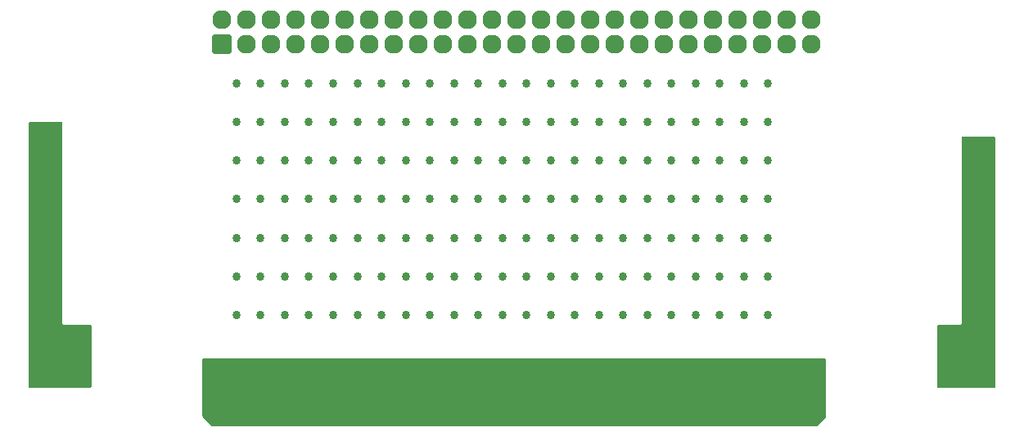
<source format=gts>
G04 #@! TF.GenerationSoftware,KiCad,Pcbnew,(6.0.6)*
G04 #@! TF.CreationDate,2022-06-25T19:15:55+02:00*
G04 #@! TF.ProjectId,brutzelkarte,62727574-7a65-46c6-9b61-7274652e6b69,rev?*
G04 #@! TF.SameCoordinates,Original*
G04 #@! TF.FileFunction,Soldermask,Top*
G04 #@! TF.FilePolarity,Negative*
%FSLAX46Y46*%
G04 Gerber Fmt 4.6, Leading zero omitted, Abs format (unit mm)*
G04 Created by KiCad (PCBNEW (6.0.6)) date 2022-06-25 19:15:55*
%MOMM*%
%LPD*%
G01*
G04 APERTURE LIST*
G04 Aperture macros list*
%AMRoundRect*
0 Rectangle with rounded corners*
0 $1 Rounding radius*
0 $2 $3 $4 $5 $6 $7 $8 $9 X,Y pos of 4 corners*
0 Add a 4 corners polygon primitive as box body*
4,1,4,$2,$3,$4,$5,$6,$7,$8,$9,$2,$3,0*
0 Add four circle primitives for the rounded corners*
1,1,$1+$1,$2,$3*
1,1,$1+$1,$4,$5*
1,1,$1+$1,$6,$7*
1,1,$1+$1,$8,$9*
0 Add four rect primitives between the rounded corners*
20,1,$1+$1,$2,$3,$4,$5,0*
20,1,$1+$1,$4,$5,$6,$7,0*
20,1,$1+$1,$6,$7,$8,$9,0*
20,1,$1+$1,$8,$9,$2,$3,0*%
G04 Aperture macros list end*
%ADD10C,2.760000*%
%ADD11RoundRect,0.130000X0.850000X-0.850000X0.850000X0.850000X-0.850000X0.850000X-0.850000X-0.850000X0*%
%ADD12O,1.960000X1.960000*%
%ADD13C,0.860000*%
G04 APERTURE END LIST*
D10*
X85350000Y-122600000D03*
X180150000Y-122600000D03*
D11*
X102500000Y-90500000D03*
D12*
X102500000Y-87960000D03*
X105040000Y-90500000D03*
X105040000Y-87960000D03*
X107580000Y-90500000D03*
X107580000Y-87960000D03*
X110120000Y-90500000D03*
X110120000Y-87960000D03*
X112660000Y-90500000D03*
X112660000Y-87960000D03*
X115200000Y-90500000D03*
X115200000Y-87960000D03*
X117740000Y-90500000D03*
X117740000Y-87960000D03*
X120280000Y-90500000D03*
X120280000Y-87960000D03*
X122820000Y-90500000D03*
X122820000Y-87960000D03*
X125360000Y-90500000D03*
X125360000Y-87960000D03*
X127900000Y-90500000D03*
X127900000Y-87960000D03*
X130440000Y-90500000D03*
X130440000Y-87960000D03*
X132980000Y-90500000D03*
X132980000Y-87960000D03*
X135520000Y-90500000D03*
X135520000Y-87960000D03*
X138060000Y-90500000D03*
X138060000Y-87960000D03*
X140600000Y-90500000D03*
X140600000Y-87960000D03*
X143140000Y-90500000D03*
X143140000Y-87960000D03*
X145680000Y-90500000D03*
X145680000Y-87960000D03*
X148220000Y-90500000D03*
X148220000Y-87960000D03*
X150760000Y-90500000D03*
X150760000Y-87960000D03*
X153300000Y-90500000D03*
X153300000Y-87960000D03*
X155840000Y-90500000D03*
X155840000Y-87960000D03*
X158380000Y-90500000D03*
X158380000Y-87960000D03*
X160920000Y-90500000D03*
X160920000Y-87960000D03*
X163460000Y-90500000D03*
X163460000Y-87960000D03*
D13*
X116500000Y-94500000D03*
X119000000Y-94500000D03*
X121500000Y-94500000D03*
X124000000Y-94500000D03*
X126500000Y-94500000D03*
X129000000Y-94500000D03*
X131500000Y-94500000D03*
X134000000Y-94500000D03*
X136500000Y-94500000D03*
X139000000Y-94500000D03*
X141500000Y-94500000D03*
X144000000Y-94500000D03*
X146500000Y-94500000D03*
X149000000Y-94500000D03*
X151500000Y-94500000D03*
X154000000Y-94500000D03*
X156500000Y-94500000D03*
X159000000Y-94500000D03*
X111500000Y-94500000D03*
X109000000Y-94500000D03*
X106500000Y-94500000D03*
X104000000Y-94500000D03*
X124000000Y-98500000D03*
X126500000Y-98500000D03*
X129000000Y-98500000D03*
X136500000Y-98500000D03*
X139000000Y-98500000D03*
X149000000Y-98500000D03*
X121500000Y-98500000D03*
X106500000Y-98500000D03*
X159000000Y-98500000D03*
X104000000Y-98500000D03*
X109000000Y-98500000D03*
X131500000Y-98500000D03*
X116500000Y-98500000D03*
X154000000Y-98500000D03*
X151500000Y-98500000D03*
X144000000Y-98500000D03*
X146500000Y-98500000D03*
X134000000Y-98500000D03*
X119000000Y-98500000D03*
X156500000Y-98500000D03*
X114000000Y-98500000D03*
X141500000Y-98500000D03*
X111500000Y-98500000D03*
X104000000Y-102500000D03*
X126500000Y-102500000D03*
X109000000Y-102500000D03*
X111500000Y-102500000D03*
X159000000Y-102500000D03*
X124000000Y-102500000D03*
X156500000Y-102500000D03*
X151500000Y-102500000D03*
X129000000Y-102500000D03*
X131500000Y-102500000D03*
X154000000Y-102500000D03*
X121500000Y-102500000D03*
X134000000Y-102500000D03*
X114000000Y-102500000D03*
X149000000Y-102500000D03*
X136500000Y-102500000D03*
X144000000Y-102500000D03*
X141500000Y-102500000D03*
X146500000Y-102500000D03*
X139000000Y-102500000D03*
X116500000Y-102500000D03*
X119000000Y-102500000D03*
X106500000Y-102500000D03*
X151500000Y-106500000D03*
X136500000Y-106500000D03*
X154000000Y-106500000D03*
X116500000Y-106500000D03*
X114000000Y-106500000D03*
X106500000Y-106500000D03*
X146500000Y-106500000D03*
X144000000Y-106500000D03*
X156500000Y-106500000D03*
X121500000Y-106500000D03*
X104000000Y-106500000D03*
X139000000Y-106500000D03*
X124000000Y-106500000D03*
X109000000Y-106500000D03*
X134000000Y-106500000D03*
X126500000Y-106500000D03*
X119000000Y-106500000D03*
X131500000Y-106500000D03*
X129000000Y-106500000D03*
X111500000Y-106500000D03*
X149000000Y-106500000D03*
X141500000Y-106500000D03*
X159000000Y-106500000D03*
X156500000Y-110500000D03*
X114000000Y-110500000D03*
X119000000Y-110500000D03*
X126500000Y-110500000D03*
X144000000Y-110500000D03*
X116500000Y-110500000D03*
X151500000Y-110500000D03*
X109000000Y-110500000D03*
X159000000Y-110500000D03*
X124000000Y-110500000D03*
X154000000Y-110500000D03*
X106500000Y-110500000D03*
X129000000Y-110500000D03*
X111500000Y-110500000D03*
X121500000Y-110500000D03*
X104000000Y-110500000D03*
X149000000Y-110500000D03*
X139000000Y-110500000D03*
X141500000Y-110500000D03*
X146500000Y-110500000D03*
X131500000Y-110500000D03*
X136500000Y-110500000D03*
X134000000Y-110500000D03*
X104000000Y-114500000D03*
X106500000Y-114500000D03*
X156500000Y-114500000D03*
X121500000Y-114500000D03*
X141500000Y-114500000D03*
X124000000Y-114500000D03*
X109000000Y-114500000D03*
X154000000Y-114500000D03*
X111500000Y-114500000D03*
X136500000Y-114500000D03*
X151500000Y-114500000D03*
X119000000Y-114500000D03*
X126500000Y-114500000D03*
X129000000Y-114500000D03*
X144000000Y-114500000D03*
X159000000Y-114500000D03*
X131500000Y-114500000D03*
X116500000Y-114500000D03*
X149000000Y-114500000D03*
X114000000Y-114500000D03*
X146500000Y-114500000D03*
X139000000Y-114500000D03*
X134000000Y-114500000D03*
X124000000Y-118500000D03*
X149000000Y-118500000D03*
X141500000Y-118500000D03*
X121500000Y-118500000D03*
X134000000Y-118500000D03*
X146500000Y-118500000D03*
X144000000Y-118500000D03*
X154000000Y-118500000D03*
X114000000Y-118500000D03*
X111500000Y-118500000D03*
X156500000Y-118500000D03*
X119000000Y-118500000D03*
X131500000Y-118500000D03*
X116500000Y-118500000D03*
X126500000Y-118500000D03*
X159000000Y-118500000D03*
X104000000Y-118500000D03*
X151500000Y-118500000D03*
X109000000Y-118500000D03*
X129000000Y-118500000D03*
X106500000Y-118500000D03*
X136500000Y-118500000D03*
X139000000Y-118500000D03*
X114000000Y-94500000D03*
G36*
X85942121Y-98520002D02*
G01*
X85988614Y-98573658D01*
X86000000Y-98626000D01*
X86000000Y-119481885D01*
X86004475Y-119497124D01*
X86005865Y-119498329D01*
X86013548Y-119500000D01*
X86020838Y-119500000D01*
X86088959Y-119520002D01*
X86135452Y-119573658D01*
X86145556Y-119643932D01*
X86116062Y-119708512D01*
X86056336Y-119746896D01*
X86039329Y-119750636D01*
X86031018Y-119751869D01*
X86018709Y-119753081D01*
X86003094Y-119753848D01*
X85996912Y-119754000D01*
X82626000Y-119754000D01*
X82557879Y-119733998D01*
X82511386Y-119680342D01*
X82500000Y-119628000D01*
X82500000Y-98626000D01*
X82520002Y-98557879D01*
X82573658Y-98511386D01*
X82626000Y-98500000D01*
X85874000Y-98500000D01*
X85942121Y-98520002D01*
G37*
G36*
X182442121Y-100020002D02*
G01*
X182488614Y-100073658D01*
X182500000Y-100126000D01*
X182500000Y-119628000D01*
X182479998Y-119696121D01*
X182426342Y-119742614D01*
X182374000Y-119754000D01*
X179003088Y-119754000D01*
X178996906Y-119753848D01*
X178981291Y-119753081D01*
X178968982Y-119751869D01*
X178960671Y-119750636D01*
X178896223Y-119720854D01*
X178858108Y-119660956D01*
X178858426Y-119589960D01*
X178897077Y-119530407D01*
X178961790Y-119501203D01*
X178979162Y-119500000D01*
X178981885Y-119500000D01*
X178997124Y-119495525D01*
X178998329Y-119494135D01*
X179000000Y-119486452D01*
X179000000Y-100126000D01*
X179020002Y-100057879D01*
X179073658Y-100011386D01*
X179126000Y-100000000D01*
X182374000Y-100000000D01*
X182442121Y-100020002D01*
G37*
G36*
X164942121Y-123020002D02*
G01*
X164988614Y-123073658D01*
X165000000Y-123126000D01*
X165000000Y-128947810D01*
X164979998Y-129015931D01*
X164963095Y-129036905D01*
X164036905Y-129963095D01*
X163974593Y-129997121D01*
X163947810Y-130000000D01*
X101552190Y-130000000D01*
X101484069Y-129979998D01*
X101463095Y-129963095D01*
X100536905Y-129036905D01*
X100502879Y-128974593D01*
X100500000Y-128947810D01*
X100500000Y-123126000D01*
X100520002Y-123057879D01*
X100573658Y-123011386D01*
X100626000Y-123000000D01*
X164874000Y-123000000D01*
X164942121Y-123020002D01*
G37*
G36*
X182442121Y-119266002D02*
G01*
X182488614Y-119319658D01*
X182500000Y-119372000D01*
X182500000Y-125874000D01*
X182479998Y-125942121D01*
X182426342Y-125988614D01*
X182374000Y-126000000D01*
X176626000Y-126000000D01*
X176557879Y-125979998D01*
X176511386Y-125926342D01*
X176500000Y-125874000D01*
X176500000Y-119626000D01*
X176520002Y-119557879D01*
X176573658Y-119511386D01*
X176626000Y-119500000D01*
X178981885Y-119500000D01*
X178997124Y-119495525D01*
X178998329Y-119494135D01*
X179000000Y-119486452D01*
X179000000Y-119372000D01*
X179020002Y-119303879D01*
X179073658Y-119257386D01*
X179126000Y-119246000D01*
X182374000Y-119246000D01*
X182442121Y-119266002D01*
G37*
G36*
X85942121Y-119266002D02*
G01*
X85988614Y-119319658D01*
X86000000Y-119372000D01*
X86000000Y-119481885D01*
X86004475Y-119497124D01*
X86005865Y-119498329D01*
X86013548Y-119500000D01*
X88874000Y-119500000D01*
X88942121Y-119520002D01*
X88988614Y-119573658D01*
X89000000Y-119626000D01*
X89000000Y-125874000D01*
X88979998Y-125942121D01*
X88926342Y-125988614D01*
X88874000Y-126000000D01*
X82626000Y-126000000D01*
X82557879Y-125979998D01*
X82511386Y-125926342D01*
X82500000Y-125874000D01*
X82500000Y-119372000D01*
X82520002Y-119303879D01*
X82573658Y-119257386D01*
X82626000Y-119246000D01*
X85874000Y-119246000D01*
X85942121Y-119266002D01*
G37*
G36*
X164980771Y-122993068D02*
G01*
X164999430Y-122998068D01*
X165000718Y-122999356D01*
X165001000Y-122999356D01*
X165001932Y-123000570D01*
X165006932Y-123019231D01*
X165007000Y-123019749D01*
X165007000Y-128980253D01*
X165006932Y-128980771D01*
X165001932Y-128999432D01*
X165001510Y-128999854D01*
X165001535Y-128999879D01*
X165001535Y-129000915D01*
X164999000Y-129010375D01*
X164998654Y-129011075D01*
X164998167Y-129011709D01*
X164997995Y-129011905D01*
X164018916Y-129990984D01*
X164018502Y-129991302D01*
X164001769Y-130000963D01*
X164001169Y-130000963D01*
X164001169Y-130001000D01*
X164000437Y-130001732D01*
X163991957Y-130006628D01*
X163991219Y-130006879D01*
X163990431Y-130006983D01*
X163990169Y-130007000D01*
X101519749Y-130007000D01*
X101519231Y-130006932D01*
X101500571Y-130001932D01*
X101500146Y-130001507D01*
X101500119Y-130001533D01*
X101499083Y-130001533D01*
X101489625Y-129998999D01*
X101488926Y-129998654D01*
X101488290Y-129998166D01*
X101488093Y-129997993D01*
X100509016Y-129018916D01*
X100508698Y-129018502D01*
X100499037Y-129001769D01*
X100499037Y-129001169D01*
X100499000Y-129001169D01*
X100498268Y-129000437D01*
X100497599Y-128999279D01*
X100502000Y-128999279D01*
X100502183Y-128999355D01*
X101500904Y-129998076D01*
X101501089Y-129998000D01*
X163999279Y-129998000D01*
X163999355Y-129997817D01*
X164998076Y-128999096D01*
X164998000Y-128998914D01*
X164998000Y-123002000D01*
X100502000Y-123002000D01*
X100502000Y-128999279D01*
X100497599Y-128999279D01*
X100493372Y-128991957D01*
X100493121Y-128991219D01*
X100493017Y-128990431D01*
X100493000Y-128990169D01*
X100493000Y-123019749D01*
X100493068Y-123019231D01*
X100498068Y-123000570D01*
X100499356Y-122999282D01*
X100499356Y-122999000D01*
X100500570Y-122998068D01*
X100519231Y-122993068D01*
X100519749Y-122993000D01*
X164980253Y-122993000D01*
X164980771Y-122993068D01*
G37*
G36*
X182480771Y-99993068D02*
G01*
X182499430Y-99998068D01*
X182500718Y-99999356D01*
X182501000Y-99999356D01*
X182501932Y-100000570D01*
X182506932Y-100019231D01*
X182507000Y-100019749D01*
X182507000Y-125980253D01*
X182506932Y-125980771D01*
X182501932Y-125999430D01*
X182500644Y-126000718D01*
X182500644Y-126001000D01*
X182499430Y-126001932D01*
X182480771Y-126006932D01*
X182480253Y-126007000D01*
X176519749Y-126007000D01*
X176519231Y-126006932D01*
X176500570Y-126001932D01*
X176499282Y-126000644D01*
X176499000Y-126000644D01*
X176498068Y-125999430D01*
X176497685Y-125998000D01*
X176502000Y-125998000D01*
X182498000Y-125998000D01*
X182498000Y-100002000D01*
X179002000Y-100002000D01*
X179002000Y-119500000D01*
X179001000Y-119501732D01*
X179000000Y-119502000D01*
X176502000Y-119502000D01*
X176502000Y-125998000D01*
X176497685Y-125998000D01*
X176493068Y-125980771D01*
X176493000Y-125980253D01*
X176493000Y-119519749D01*
X176493068Y-119519231D01*
X176498068Y-119500570D01*
X176499356Y-119499282D01*
X176499356Y-119499000D01*
X176500570Y-119498068D01*
X176519231Y-119493068D01*
X176519749Y-119493000D01*
X178844737Y-119493000D01*
X178918967Y-119473110D01*
X178973110Y-119418967D01*
X178993000Y-119344737D01*
X178993000Y-100019749D01*
X178993068Y-100019231D01*
X178998068Y-100000570D01*
X178999356Y-99999282D01*
X178999356Y-99999000D01*
X179000570Y-99998068D01*
X179019231Y-99993068D01*
X179019749Y-99993000D01*
X182480253Y-99993000D01*
X182480771Y-99993068D01*
G37*
G36*
X85980771Y-98493068D02*
G01*
X85999430Y-98498068D01*
X86000718Y-98499356D01*
X86001000Y-98499356D01*
X86001932Y-98500570D01*
X86006932Y-98519231D01*
X86007000Y-98519749D01*
X86007000Y-119344737D01*
X86026890Y-119418967D01*
X86081034Y-119473110D01*
X86155263Y-119493000D01*
X88980253Y-119493000D01*
X88980771Y-119493068D01*
X88999430Y-119498068D01*
X89000718Y-119499356D01*
X89001000Y-119499356D01*
X89001932Y-119500570D01*
X89006932Y-119519231D01*
X89007000Y-119519749D01*
X89007000Y-125980253D01*
X89006932Y-125980771D01*
X89001932Y-125999430D01*
X89000644Y-126000718D01*
X89000644Y-126001000D01*
X88999430Y-126001932D01*
X88980771Y-126006932D01*
X88980253Y-126007000D01*
X82519749Y-126007000D01*
X82519231Y-126006932D01*
X82500570Y-126001932D01*
X82499282Y-126000644D01*
X82499000Y-126000644D01*
X82498068Y-125999430D01*
X82497685Y-125998000D01*
X82502000Y-125998000D01*
X88998000Y-125998000D01*
X88998000Y-119502000D01*
X86000000Y-119502000D01*
X85998268Y-119501000D01*
X85998000Y-119500000D01*
X85998000Y-98502000D01*
X82502000Y-98502000D01*
X82502000Y-125998000D01*
X82497685Y-125998000D01*
X82493068Y-125980771D01*
X82493000Y-125980253D01*
X82493000Y-98519749D01*
X82493068Y-98519231D01*
X82498068Y-98500570D01*
X82499356Y-98499282D01*
X82499356Y-98499000D01*
X82500570Y-98498068D01*
X82519231Y-98493068D01*
X82519749Y-98493000D01*
X85980253Y-98493000D01*
X85980771Y-98493068D01*
G37*
M02*

</source>
